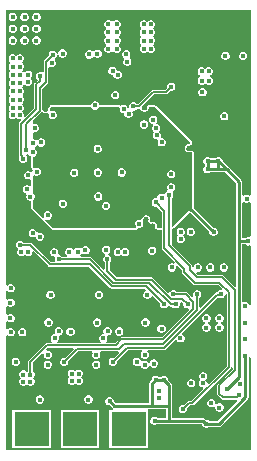
<source format=gbr>
%TF.GenerationSoftware,Altium Limited,Altium Designer,24.6.1 (21)*%
G04 Layer_Physical_Order=6*
G04 Layer_Color=16440176*
%FSLAX26Y26*%
%MOIN*%
%TF.SameCoordinates,E3325630-42F2-41CE-953C-F4D0AC061200*%
%TF.FilePolarity,Positive*%
%TF.FileFunction,Copper,L6,Inr,Signal*%
%TF.Part,Single*%
G01*
G75*
%TA.AperFunction,SMDPad,CuDef*%
%ADD14R,0.118110X0.118110*%
%TA.AperFunction,Conductor*%
%ADD38C,0.005000*%
%ADD39C,0.010000*%
%TA.AperFunction,ViaPad*%
%ADD40C,0.017716*%
G36*
X821360Y854916D02*
X816360Y852845D01*
X814937Y854268D01*
X809843Y856378D01*
X804330D01*
X799237Y854268D01*
X797912Y852944D01*
X792912Y855015D01*
Y898996D01*
X792136Y902898D01*
X789926Y906206D01*
X747977Y948154D01*
X727067Y969065D01*
Y971260D01*
X724957Y976354D01*
X721059Y980252D01*
X715965Y982362D01*
X710452D01*
X705359Y980252D01*
X703806Y978700D01*
X686371D01*
X684818Y980252D01*
X679725Y982362D01*
X674212D01*
X669119Y980252D01*
X665220Y976354D01*
X663110Y971260D01*
Y965747D01*
X665220Y960654D01*
X666773Y959101D01*
Y950347D01*
X665220Y948795D01*
X663110Y943702D01*
Y938188D01*
X665220Y933095D01*
X669119Y929197D01*
X674212Y927087D01*
X679725D01*
X684818Y929197D01*
X686371Y930749D01*
X713209D01*
X713258Y930759D01*
X713307Y930749D01*
X736544D01*
X772521Y894773D01*
Y700787D01*
Y551913D01*
X767901Y550000D01*
X729817Y588084D01*
X727336Y589742D01*
X724409Y590324D01*
X644900D01*
X639184Y596040D01*
X641831Y600163D01*
X641980Y600315D01*
X647442D01*
X652535Y602425D01*
X656433Y606323D01*
X658543Y611417D01*
Y616930D01*
X656433Y622023D01*
X652535Y625922D01*
X647442Y628031D01*
X641928D01*
X636835Y625922D01*
X632937Y622023D01*
X630843Y616970D01*
X630827Y616930D01*
X625827Y614064D01*
X625757Y614104D01*
Y618110D01*
X625175Y621037D01*
X623517Y623518D01*
X556738Y690297D01*
Y741389D01*
X558629Y743447D01*
X561357Y744922D01*
X562352Y745334D01*
X563428D01*
X564189Y746095D01*
X565184Y746507D01*
X616695Y798017D01*
X682991Y731721D01*
Y729525D01*
X685101Y724432D01*
X688999Y720534D01*
X694092Y718424D01*
X699606D01*
X704699Y720534D01*
X708597Y724432D01*
X710707Y729525D01*
Y735039D01*
X708597Y740132D01*
X704699Y744030D01*
X699606Y746140D01*
X697410D01*
X630574Y812976D01*
X631396Y814961D01*
X631396Y814961D01*
Y823227D01*
X631396Y996953D01*
X631265Y997269D01*
X631357Y997600D01*
X630489Y999143D01*
X629811Y1000779D01*
X629494Y1000911D01*
X629326Y1001210D01*
X627818Y1002394D01*
X627116Y1002590D01*
X626606Y1003112D01*
X623115Y1004607D01*
X623080Y1004608D01*
X623055Y1004632D01*
X621019D01*
X618973Y1004657D01*
X618948Y1004632D01*
X618913D01*
X615853Y1003365D01*
X612493D01*
X609389Y1004651D01*
X607013Y1007027D01*
X605727Y1010131D01*
Y1013491D01*
X607013Y1016595D01*
X609389Y1018971D01*
X612493Y1020257D01*
X616866D01*
X616901Y1020272D01*
X616936Y1020258D01*
X617834Y1020643D01*
X618226Y1020574D01*
X619081Y1021174D01*
X620693Y1021842D01*
X620707Y1021877D01*
X620742Y1021892D01*
X620925Y1022080D01*
X621141Y1022620D01*
X621616Y1022954D01*
X624220Y1027050D01*
X624483Y1028547D01*
X625065Y1029953D01*
X624829Y1030523D01*
X624936Y1031129D01*
X624062Y1032375D01*
X623480Y1033780D01*
X503827Y1153433D01*
X500000Y1155018D01*
X500000Y1155018D01*
X480525D01*
X480013Y1154806D01*
X479469Y1154915D01*
X479459Y1154907D01*
X478157Y1154037D01*
X476698Y1153433D01*
X476627Y1153262D01*
X476567Y1153237D01*
X476417Y1152875D01*
X476025Y1152614D01*
X475894Y1152418D01*
X475894Y1152418D01*
X475777Y1151827D01*
X475586Y1150869D01*
X474982Y1149410D01*
Y1144973D01*
X473696Y1141869D01*
X471320Y1139493D01*
X468216Y1138207D01*
X464855D01*
X461751Y1139493D01*
X459375Y1141869D01*
X459240Y1142196D01*
X458273Y1143162D01*
X457610Y1144359D01*
X457380Y1144543D01*
X457097Y1149535D01*
X498957Y1191395D01*
X538609D01*
X541536Y1191977D01*
X544016Y1193635D01*
X553143Y1202761D01*
X553346Y1202677D01*
X558859D01*
X563952Y1204787D01*
X567851Y1208685D01*
X569961Y1213779D01*
Y1219292D01*
X567851Y1224385D01*
X563952Y1228284D01*
X558859Y1230393D01*
X553346D01*
X548252Y1228284D01*
X544354Y1224385D01*
X542244Y1219292D01*
Y1213779D01*
X542328Y1213576D01*
X535442Y1206689D01*
X495790D01*
X492864Y1206107D01*
X490383Y1204449D01*
X446240Y1160307D01*
X441706Y1158309D01*
X437807Y1162207D01*
X432714Y1164317D01*
X427201D01*
X422107Y1162207D01*
X418209Y1158309D01*
X416099Y1153215D01*
Y1147702D01*
X416143Y1147597D01*
X412418Y1143524D01*
X411181Y1143911D01*
Y1144804D01*
X409071Y1149897D01*
X405173Y1153796D01*
X400079Y1155905D01*
X394566D01*
X389612Y1153853D01*
X388631Y1153731D01*
X384781Y1153433D01*
X383322Y1154037D01*
X382010Y1154914D01*
X381466Y1154806D01*
X380954Y1155018D01*
X315713D01*
Y1156910D01*
X313603Y1162004D01*
X309705Y1165902D01*
X304611Y1168012D01*
X299098D01*
X294005Y1165902D01*
X290106Y1162004D01*
X287996Y1156910D01*
Y1155018D01*
X154946D01*
X154434Y1154806D01*
X153890Y1154914D01*
X152577Y1154037D01*
X151119Y1153433D01*
X150907Y1152921D01*
X150446Y1152613D01*
X147105Y1147613D01*
X146997Y1147070D01*
X146605Y1146678D01*
X146605Y1145366D01*
X146242Y1144489D01*
Y1139242D01*
X146232Y1138957D01*
X145430Y1137334D01*
X142399Y1134482D01*
X141941Y1134307D01*
X139475Y1133286D01*
X136115D01*
X133011Y1134572D01*
X132267Y1135316D01*
X132237Y1135329D01*
X132224Y1135358D01*
X130331Y1136118D01*
X128440Y1136901D01*
X127963Y1137281D01*
X124793Y1140416D01*
Y1208466D01*
X143202Y1226876D01*
X143202Y1226876D01*
X144860Y1229357D01*
X145442Y1232284D01*
Y1280292D01*
X150442Y1282655D01*
X154118Y1281132D01*
X159632D01*
X164725Y1283242D01*
X168623Y1287140D01*
X170733Y1292234D01*
Y1297747D01*
X168623Y1302840D01*
X166808Y1304656D01*
X167784Y1310472D01*
X169267Y1311086D01*
X173166Y1314985D01*
X175275Y1320078D01*
Y1321753D01*
X175276Y1322070D01*
X180275Y1323065D01*
X180485Y1322558D01*
X181992Y1318922D01*
X185890Y1315023D01*
X190983Y1312914D01*
X196497D01*
X201590Y1315023D01*
X205488Y1318922D01*
X207598Y1324015D01*
Y1329528D01*
X205488Y1334622D01*
X201590Y1338520D01*
X196497Y1340630D01*
X190983D01*
X185890Y1338520D01*
X181992Y1334622D01*
X179882Y1329528D01*
Y1327853D01*
X179882Y1327536D01*
X174882Y1326542D01*
X174672Y1327048D01*
X173166Y1330685D01*
X169267Y1334583D01*
X164174Y1336693D01*
X158661D01*
X153567Y1334583D01*
X149669Y1330685D01*
X147559Y1325591D01*
Y1320078D01*
X147643Y1319875D01*
X132388Y1304620D01*
X130731Y1302139D01*
X130148Y1299213D01*
Y1266600D01*
X128271Y1265307D01*
X125148Y1264053D01*
X120867Y1265827D01*
X115354D01*
X110260Y1263717D01*
X106362Y1259819D01*
X104252Y1254725D01*
Y1249212D01*
X106362Y1244119D01*
X110260Y1240220D01*
X107511Y1236436D01*
X100892Y1229817D01*
X99234Y1227336D01*
X98652Y1224409D01*
Y1146002D01*
X69398Y1116747D01*
X65522Y1119009D01*
X65039Y1119460D01*
Y1124804D01*
X62929Y1129897D01*
X62235Y1130592D01*
X59092Y1133858D01*
X62235Y1137125D01*
X62929Y1137819D01*
X65039Y1142913D01*
Y1148426D01*
X62929Y1153519D01*
X59986Y1156463D01*
X59418Y1159449D01*
X59986Y1162434D01*
X62929Y1165378D01*
X65039Y1170472D01*
Y1175985D01*
X62929Y1181078D01*
X59986Y1184022D01*
X59418Y1187008D01*
X59986Y1189993D01*
X62929Y1192937D01*
X65039Y1198031D01*
Y1203544D01*
X62929Y1208637D01*
X59986Y1211581D01*
X59418Y1214567D01*
X59986Y1217553D01*
X62929Y1220496D01*
X63276Y1221333D01*
X69099Y1222326D01*
X70890Y1220535D01*
X75984Y1218425D01*
X81497D01*
X86590Y1220535D01*
X90489Y1224434D01*
X92598Y1229527D01*
Y1235040D01*
X90489Y1240134D01*
X89794Y1240828D01*
X86651Y1244095D01*
X89794Y1247361D01*
X90489Y1248056D01*
X92598Y1253149D01*
Y1258662D01*
X90489Y1263756D01*
X86590Y1267654D01*
X81497Y1269764D01*
X75984D01*
X70890Y1267654D01*
X67946Y1264710D01*
X64961Y1264142D01*
X61975Y1264710D01*
X59986Y1266700D01*
X59418Y1269685D01*
X59986Y1272671D01*
X62929Y1275615D01*
X65039Y1280708D01*
Y1286221D01*
X62929Y1291315D01*
X59986Y1294259D01*
X59418Y1297244D01*
X59986Y1300230D01*
X62929Y1303174D01*
X65039Y1308267D01*
Y1313780D01*
X62929Y1318874D01*
X59031Y1322772D01*
X53938Y1324882D01*
X48425D01*
X43331Y1322772D01*
X42636Y1322078D01*
X39370Y1318934D01*
X36104Y1322078D01*
X35409Y1322772D01*
X30316Y1324882D01*
X24802D01*
X19709Y1322772D01*
X15811Y1318874D01*
X13701Y1313780D01*
Y1308267D01*
X15811Y1303174D01*
X18755Y1300230D01*
X19323Y1297244D01*
X18755Y1294259D01*
X15811Y1291315D01*
X13701Y1286221D01*
Y1280708D01*
X15811Y1275615D01*
X18755Y1272671D01*
X19323Y1269685D01*
X18755Y1266700D01*
X15811Y1263756D01*
X13701Y1258662D01*
Y1253149D01*
X15811Y1248056D01*
X18755Y1245112D01*
X19323Y1242126D01*
X18755Y1239140D01*
X15811Y1236197D01*
X13701Y1231103D01*
Y1225590D01*
X15811Y1220496D01*
X18755Y1217553D01*
X19323Y1214567D01*
X18755Y1211581D01*
X15811Y1208637D01*
X13701Y1203544D01*
Y1198031D01*
X15811Y1192937D01*
X18755Y1189993D01*
X19323Y1187008D01*
X18755Y1184022D01*
X15811Y1181078D01*
X13701Y1175985D01*
Y1170472D01*
X15811Y1165378D01*
X18755Y1162434D01*
X19323Y1159449D01*
X18755Y1156463D01*
X15811Y1153519D01*
X13701Y1148426D01*
Y1142913D01*
X15811Y1137819D01*
X16505Y1137125D01*
X19649Y1133858D01*
X16505Y1130592D01*
X15811Y1129897D01*
X13701Y1124804D01*
Y1119291D01*
X15811Y1114197D01*
X19709Y1110299D01*
X24802Y1108189D01*
X30316D01*
X35409Y1110299D01*
X36104Y1110993D01*
X39370Y1114137D01*
X42636Y1110993D01*
X43331Y1110299D01*
X48425Y1108189D01*
X53768D01*
X54219Y1107707D01*
X56481Y1103830D01*
X49101Y1096450D01*
X47443Y1093969D01*
X46861Y1091043D01*
Y987482D01*
X47443Y984556D01*
X49101Y982075D01*
X49735Y981441D01*
X48643Y978804D01*
Y973291D01*
X50752Y968198D01*
X54651Y964299D01*
X59744Y962189D01*
X65257D01*
X70351Y964299D01*
X74249Y968198D01*
X76359Y973291D01*
Y978804D01*
X74249Y983898D01*
X73068Y985079D01*
X73275Y986940D01*
X74695Y990523D01*
X76665Y991339D01*
X82740Y989738D01*
X86638Y985840D01*
X89465Y984669D01*
X89076Y983730D01*
Y947103D01*
X89436Y946234D01*
X89387Y945296D01*
X90198Y944395D01*
X90661Y943276D01*
X91124Y943084D01*
X94890Y939743D01*
X93268Y935827D01*
Y933402D01*
X88268Y931331D01*
X86590Y933008D01*
X81497Y935118D01*
X75984D01*
X70890Y933008D01*
X66992Y929110D01*
X64882Y924016D01*
Y918503D01*
X66992Y913410D01*
X70890Y909511D01*
X75984Y907402D01*
X81497D01*
X84076Y908470D01*
X89076Y905465D01*
Y886412D01*
X84076Y884341D01*
X82653Y885764D01*
X77560Y887874D01*
X72047D01*
X66953Y885764D01*
X63055Y881866D01*
X60945Y876772D01*
Y871259D01*
X63055Y866166D01*
X66953Y862267D01*
X70862Y860648D01*
X72130Y859886D01*
X73588Y855158D01*
X72756Y853149D01*
Y847635D01*
X74866Y842542D01*
X78764Y838644D01*
X83857Y836534D01*
X89076D01*
Y811024D01*
X89076Y811024D01*
X90661Y807197D01*
X90662Y807196D01*
X124061Y773797D01*
X124763Y773506D01*
X126857Y772291D01*
X129230Y769918D01*
X130107Y768605D01*
X130711Y767146D01*
X157590Y740268D01*
X161417Y738682D01*
X161417Y738683D01*
X438436D01*
X439009Y738920D01*
X439621Y738814D01*
X440809Y739651D01*
X441289Y739707D01*
X441474Y739941D01*
X442262Y740268D01*
X442500Y740841D01*
X443008Y741198D01*
X443221Y741535D01*
X443256Y741735D01*
X446062Y745984D01*
X451575D01*
X456669Y748094D01*
X460567Y751992D01*
X462677Y757086D01*
Y762599D01*
X460567Y767692D01*
X460593Y767956D01*
X461972Y772565D01*
X462576Y774023D01*
X463453Y775336D01*
X463345Y775880D01*
X463557Y776392D01*
Y776833D01*
X464842Y779937D01*
X467219Y782313D01*
X470323Y783599D01*
X473683D01*
X476787Y782313D01*
X479163Y779937D01*
X480449Y776833D01*
Y773472D01*
X479509Y771202D01*
Y770167D01*
X479097Y769216D01*
X479509Y768178D01*
Y767060D01*
X480241Y766328D01*
X480622Y765365D01*
X484364Y761503D01*
X485390Y761059D01*
X486180Y760269D01*
X487215D01*
X488166Y759858D01*
X489205Y760269D01*
X490322D01*
X492146Y761025D01*
X495507D01*
X498611Y759739D01*
X500987Y757363D01*
X502273Y754259D01*
Y750446D01*
X502075Y750150D01*
X502383Y748602D01*
Y747024D01*
X502775Y746631D01*
X502883Y746088D01*
X506224Y741088D01*
X506685Y740780D01*
X506897Y740268D01*
X508356Y739663D01*
X509668Y738786D01*
X510212Y738895D01*
X510724Y738683D01*
X523849D01*
Y677165D01*
X524431Y674239D01*
X526089Y671758D01*
X566933Y630914D01*
X564101Y626676D01*
X560827Y628031D01*
X555314D01*
X550221Y625922D01*
X546322Y622023D01*
X544213Y616930D01*
Y611417D01*
X546322Y606323D01*
X550221Y602425D01*
X555314Y600315D01*
X560827D01*
X565921Y602425D01*
X569819Y606323D01*
X571929Y611417D01*
Y616930D01*
X570573Y620203D01*
X574812Y623035D01*
X590778Y607069D01*
Y598425D01*
X591360Y595499D01*
X593018Y593018D01*
X628451Y557585D01*
X630932Y555927D01*
X633858Y555345D01*
X633859Y555345D01*
X713368D01*
X725973Y542740D01*
X723327Y538617D01*
X723178Y538465D01*
X717716D01*
X712622Y536355D01*
X708724Y532456D01*
X708132Y531028D01*
X705566Y530517D01*
X703085Y528860D01*
X653999Y479774D01*
X649379Y481687D01*
Y512774D01*
X649582Y512858D01*
X653481Y516756D01*
X655591Y521850D01*
Y527363D01*
X653481Y532456D01*
X649582Y536355D01*
X644489Y538465D01*
X638976D01*
X633882Y536355D01*
X629984Y532456D01*
X627874Y527363D01*
Y521850D01*
X629230Y518577D01*
X624991Y515745D01*
X610722Y530014D01*
X608241Y531671D01*
X605315Y532253D01*
X574825D01*
X574740Y532456D01*
X570842Y536355D01*
X565749Y538465D01*
X560236D01*
X555142Y536355D01*
X551244Y532456D01*
X550417Y530461D01*
X544519Y529288D01*
X495407Y578399D01*
X492926Y580057D01*
X490000Y580639D01*
X375057D01*
X350088Y605608D01*
Y629900D01*
X350291Y629984D01*
X354189Y633882D01*
X356299Y638976D01*
Y644489D01*
X354189Y649582D01*
X350291Y653481D01*
X346153Y655195D01*
X345490Y658664D01*
X345656Y660401D01*
X347043Y660975D01*
X350941Y664874D01*
X353051Y669967D01*
Y675480D01*
X350941Y680574D01*
X347043Y684472D01*
X341950Y686582D01*
X336436D01*
X331343Y684472D01*
X327445Y680574D01*
X325335Y675480D01*
Y669967D01*
X327445Y664874D01*
X331343Y660975D01*
X335481Y659261D01*
X336144Y655792D01*
X335978Y654055D01*
X334591Y653481D01*
X330693Y649582D01*
X328583Y644489D01*
Y638976D01*
X330693Y633882D01*
X334591Y629984D01*
X334794Y629900D01*
Y608288D01*
X329794Y606217D01*
X288872Y647139D01*
X286391Y648797D01*
X283464Y649379D01*
X254251D01*
X253518Y650723D01*
X252718Y654379D01*
X255843Y657504D01*
X256258Y658506D01*
X262079Y659755D01*
X267172Y657646D01*
X272686D01*
X277779Y659755D01*
X281677Y663654D01*
X283787Y668747D01*
Y674260D01*
X281677Y679354D01*
X277779Y683252D01*
X272686Y685362D01*
X267172D01*
X262079Y683252D01*
X258181Y679354D01*
X257766Y678352D01*
X251944Y677103D01*
X246851Y679212D01*
X241338D01*
X236244Y677103D01*
X233300Y674159D01*
X230315Y673591D01*
X227329Y674159D01*
X224385Y677103D01*
X219292Y679212D01*
X213779D01*
X208685Y677103D01*
X204787Y673204D01*
X202677Y668111D01*
Y662598D01*
X204787Y657504D01*
X207912Y654379D01*
X207112Y650723D01*
X206379Y649379D01*
X192856D01*
X192772Y649582D01*
X188874Y653481D01*
X183780Y655591D01*
X181975D01*
X178634Y660591D01*
X179213Y661987D01*
Y667501D01*
X177103Y672594D01*
X173204Y676492D01*
X168111Y678602D01*
X162598D01*
X157504Y676492D01*
X153606Y672594D01*
X151496Y667501D01*
Y661987D01*
X153606Y656894D01*
X157504Y652996D01*
X162598Y650886D01*
X164403D01*
X167744Y645886D01*
X167165Y644489D01*
Y638976D01*
X168152Y636595D01*
X165030Y631595D01*
X154810D01*
X92022Y694384D01*
X89541Y696041D01*
X86614Y696623D01*
X63014D01*
X62929Y696826D01*
X59031Y700725D01*
X53938Y702835D01*
X48425D01*
X43331Y700725D01*
X39433Y696826D01*
X37323Y691733D01*
Y686220D01*
X39433Y681126D01*
X43331Y677228D01*
X44005Y673840D01*
X43370Y673204D01*
X41260Y668111D01*
Y662598D01*
X43370Y657504D01*
X47268Y653606D01*
X52361Y651496D01*
X57875D01*
X62968Y653606D01*
X63663Y654301D01*
X66929Y657444D01*
X70196Y654301D01*
X70890Y653606D01*
X75984Y651496D01*
X81497D01*
X86590Y653606D01*
X90489Y657504D01*
X92598Y662598D01*
Y665107D01*
X97598Y667178D01*
X146236Y618541D01*
X148716Y616883D01*
X151643Y616301D01*
X282333D01*
X352861Y545774D01*
X355341Y544116D01*
X358268Y543534D01*
X467435D01*
X470887Y539610D01*
X469934Y534818D01*
X468607Y534268D01*
X464708Y530370D01*
X462599Y525276D01*
Y519763D01*
X464708Y514670D01*
X468607Y510771D01*
X473700Y508662D01*
X479213D01*
X484307Y510771D01*
X488205Y514670D01*
X488755Y515997D01*
X494653Y517170D01*
X517722Y494101D01*
X517638Y493898D01*
Y488385D01*
X519748Y483292D01*
X523646Y479393D01*
X528740Y477284D01*
X534253D01*
X539346Y479393D01*
X543245Y483292D01*
X543640Y484246D01*
X548510Y485683D01*
X549585Y485533D01*
X551581Y484199D01*
X554508Y483617D01*
X558983D01*
X559118Y483292D01*
X563016Y479393D01*
X568110Y477284D01*
X573623D01*
X578716Y479393D01*
X582615Y483292D01*
X584724Y488385D01*
Y493898D01*
X584721Y493905D01*
X587630Y498523D01*
X591720Y498843D01*
X596462Y494101D01*
X596378Y493898D01*
Y488385D01*
X598488Y483292D01*
X602386Y479393D01*
X607480Y477284D01*
X612941D01*
X613090Y477131D01*
X615737Y473008D01*
X524391Y381663D01*
X389764D01*
X386837Y381080D01*
X384357Y379423D01*
X366911Y361978D01*
X340222D01*
X338373Y366978D01*
X340964Y369569D01*
X343074Y374662D01*
Y380175D01*
X342022Y382716D01*
X345050Y387717D01*
X346103D01*
X351197Y389826D01*
X355095Y393725D01*
X357205Y398818D01*
Y404331D01*
X355095Y409425D01*
X351197Y413323D01*
X346103Y415433D01*
X340590D01*
X335497Y413323D01*
X331598Y409425D01*
X329488Y404331D01*
Y398818D01*
X330541Y396277D01*
X327513Y391277D01*
X326459D01*
X321366Y389167D01*
X317468Y385269D01*
X315358Y380175D01*
Y374662D01*
X317468Y369569D01*
X320059Y366978D01*
X318210Y361978D01*
X177577D01*
X177345Y362345D01*
X176044Y366978D01*
X178949Y369883D01*
X181059Y374976D01*
Y380490D01*
X180137Y382716D01*
X183349Y387717D01*
X183859D01*
X188952Y389826D01*
X192851Y393725D01*
X194961Y398818D01*
Y404331D01*
X192851Y409425D01*
X188952Y413323D01*
X183859Y415433D01*
X178346D01*
X173252Y413323D01*
X169354Y409425D01*
X167244Y404331D01*
Y398818D01*
X168167Y396591D01*
X164955Y391591D01*
X164444D01*
X159351Y389481D01*
X155452Y385583D01*
X153343Y380490D01*
Y374976D01*
X155452Y369883D01*
X158358Y366978D01*
X157056Y362345D01*
X156825Y361978D01*
X141732D01*
X138806Y361396D01*
X136325Y359738D01*
X136325Y359738D01*
X81207Y304620D01*
X79549Y302139D01*
X78967Y299212D01*
Y268722D01*
X78764Y268638D01*
X78069Y267944D01*
X74803Y264800D01*
X71537Y267944D01*
X70842Y268638D01*
X65749Y270748D01*
X60235D01*
X55142Y268638D01*
X51243Y264740D01*
X49134Y259646D01*
Y254133D01*
X51243Y249040D01*
X51938Y248345D01*
X55081Y245079D01*
X51938Y241812D01*
X51243Y241118D01*
X49134Y236024D01*
Y230511D01*
X51243Y225418D01*
X55142Y221519D01*
X60235Y219410D01*
X65749D01*
X70842Y221519D01*
X71537Y222214D01*
X74803Y225357D01*
X78069Y222214D01*
X78764Y221519D01*
X83857Y219410D01*
X89371D01*
X94464Y221519D01*
X98362Y225418D01*
X100472Y230511D01*
Y236024D01*
X98362Y241118D01*
X97668Y241812D01*
X94524Y245079D01*
X97668Y248345D01*
X98362Y249040D01*
X100472Y254133D01*
Y259646D01*
X98362Y264740D01*
X94464Y268638D01*
X94261Y268722D01*
Y296045D01*
X126216Y328000D01*
X129940Y325967D01*
X130630Y325343D01*
Y320078D01*
X132740Y314985D01*
X136638Y311086D01*
X141732Y308976D01*
X147245D01*
X152338Y311086D01*
X156237Y314985D01*
X158346Y320078D01*
Y325591D01*
X156237Y330685D01*
X152338Y334583D01*
X147245Y336693D01*
X141980D01*
X141355Y337383D01*
X139323Y341107D01*
X144900Y346684D01*
X229337D01*
X231250Y342064D01*
X202172Y312987D01*
X201969Y313071D01*
X196456D01*
X191363Y310961D01*
X187464Y307063D01*
X185355Y301969D01*
Y296456D01*
X187464Y291363D01*
X191363Y287464D01*
X196456Y285354D01*
X201969D01*
X207063Y287464D01*
X210961Y291363D01*
X213071Y296456D01*
Y301969D01*
X212987Y302172D01*
X245687Y334873D01*
X291274D01*
X292567Y332995D01*
X293821Y329873D01*
X292047Y325591D01*
Y320078D01*
X294157Y314985D01*
X298055Y311086D01*
X303149Y308976D01*
X308662D01*
X313755Y311086D01*
X317654Y314985D01*
X319764Y320078D01*
Y325591D01*
X317990Y329873D01*
X319244Y332995D01*
X320537Y334873D01*
X378405D01*
X380612Y330009D01*
X363590Y312987D01*
X363387Y313071D01*
X357873D01*
X352780Y310961D01*
X348882Y307063D01*
X346772Y301969D01*
Y296456D01*
X348882Y291363D01*
X352780Y287464D01*
X357873Y285354D01*
X363387D01*
X368480Y287464D01*
X372378Y291363D01*
X374488Y296456D01*
Y301969D01*
X374404Y302172D01*
X411042Y338810D01*
X457167D01*
X457900Y337466D01*
X458700Y333810D01*
X455575Y330685D01*
X453465Y325591D01*
Y320078D01*
X455575Y314985D01*
X459473Y311086D01*
X464566Y308976D01*
X470080D01*
X475173Y311086D01*
X479071Y314985D01*
X481181Y320078D01*
Y325591D01*
X479071Y330685D01*
X475946Y333810D01*
X476746Y337466D01*
X477479Y338810D01*
X531496D01*
X534423Y339392D01*
X536903Y341050D01*
X568163Y372310D01*
X574061Y371136D01*
X574457Y370182D01*
X578355Y366283D01*
X583448Y364173D01*
X588962D01*
X594055Y366283D01*
X597953Y370182D01*
X600063Y375275D01*
Y380788D01*
X597953Y385882D01*
X594055Y389780D01*
X593100Y390175D01*
X591927Y396073D01*
X710667Y514813D01*
X712622Y512858D01*
X717716Y510748D01*
X723229D01*
X728322Y512858D01*
X732221Y516756D01*
X734331Y521850D01*
Y522918D01*
X739331Y525884D01*
X740385Y525308D01*
Y286632D01*
X680275Y226523D01*
X675275Y228594D01*
Y231103D01*
X673166Y236196D01*
X669870Y239492D01*
X673587Y243209D01*
X675697Y248302D01*
Y253816D01*
X673587Y258909D01*
X669689Y262807D01*
X664595Y264917D01*
X659082D01*
X653989Y262807D01*
X650090Y258909D01*
X647981Y253816D01*
Y248302D01*
X650090Y243209D01*
X653386Y239913D01*
X649669Y236196D01*
X647559Y231103D01*
Y225590D01*
X649669Y220496D01*
X653567Y216598D01*
X658661Y214488D01*
X661170D01*
X663241Y209488D01*
X623014Y169261D01*
X614371D01*
X614370Y169261D01*
X611444Y168679D01*
X608963Y167021D01*
X608963Y167021D01*
X597448Y155506D01*
X597245Y155590D01*
X591732D01*
X586638Y153481D01*
X582740Y149582D01*
X580630Y144489D01*
Y138976D01*
X582740Y133882D01*
X586638Y129984D01*
X591732Y127874D01*
X597245D01*
X602338Y129984D01*
X606237Y133882D01*
X608346Y138976D01*
Y144489D01*
X608262Y144692D01*
X617538Y153967D01*
X626181D01*
X629107Y154549D01*
X631588Y156207D01*
X753439Y278057D01*
X755096Y280538D01*
X760070Y279911D01*
Y274821D01*
X711128Y225880D01*
X709471Y223399D01*
X708889Y220472D01*
Y192913D01*
X709471Y189987D01*
X711128Y187506D01*
X722780Y175854D01*
X722780Y175854D01*
X725261Y174196D01*
X728188Y173614D01*
X773282D01*
X774029Y172744D01*
X775650Y168912D01*
X709848Y103109D01*
X682631D01*
X681078Y104662D01*
X675985Y106772D01*
X671701D01*
X668901Y109572D01*
X665593Y111782D01*
X661691Y112558D01*
X557440D01*
Y153543D01*
Y221711D01*
X556664Y225613D01*
X554454Y228921D01*
X545354Y238020D01*
Y242304D01*
X543245Y247397D01*
X539346Y251296D01*
X534253Y253405D01*
X528740D01*
X523646Y251296D01*
X522094Y249743D01*
X513340D01*
X511787Y251296D01*
X506694Y253405D01*
X501180D01*
X496087Y251296D01*
X492189Y247397D01*
X490079Y242304D01*
Y240108D01*
X485757Y235786D01*
X483546Y232478D01*
X482770Y228577D01*
Y163739D01*
X369111D01*
X364252Y168598D01*
Y170591D01*
X362142Y175685D01*
X358244Y179583D01*
X353150Y181693D01*
X347637D01*
X342544Y179583D01*
X338645Y175685D01*
X336536Y170591D01*
Y165078D01*
X338645Y159985D01*
X342544Y156086D01*
X347637Y153977D01*
X350035D01*
X357678Y146334D01*
X360986Y144124D01*
X362320Y143858D01*
X361827Y138858D01*
X349331D01*
Y10748D01*
X477441D01*
Y138347D01*
X477441Y138858D01*
X478674Y143347D01*
X537048D01*
Y112558D01*
X509402D01*
X507850Y114111D01*
X502757Y116220D01*
X497243D01*
X492150Y114111D01*
X488252Y110212D01*
X486142Y105119D01*
Y99606D01*
X488252Y94512D01*
X492150Y90614D01*
X497243Y88504D01*
X502757D01*
X507850Y90614D01*
X509402Y92166D01*
X657468D01*
X659370Y90264D01*
Y90157D01*
X661480Y85064D01*
X665378Y81165D01*
X670472Y79055D01*
X675985D01*
X681078Y81165D01*
X682631Y82718D01*
X714071D01*
X717973Y83494D01*
X721281Y85704D01*
X810359Y174782D01*
X812569Y178090D01*
X813346Y181992D01*
Y309495D01*
X814898Y311048D01*
X816360Y314577D01*
X821360Y313583D01*
Y5412D01*
X5412D01*
Y386069D01*
X10412Y388140D01*
X12662Y385889D01*
X17755Y383780D01*
X23268D01*
X28362Y385889D01*
X32260Y389788D01*
X34370Y394881D01*
Y400394D01*
X32260Y405488D01*
X28362Y409386D01*
X23268Y411496D01*
X17755D01*
X12662Y409386D01*
X10412Y407136D01*
X5412Y409207D01*
Y432486D01*
X10412Y434557D01*
X11835Y433134D01*
X16928Y431024D01*
X22442D01*
X27535Y433134D01*
X31433Y437032D01*
X33543Y442125D01*
Y447639D01*
X31433Y452732D01*
X27535Y456630D01*
X22442Y458740D01*
X16928D01*
X11835Y456630D01*
X10412Y455207D01*
X5412Y457278D01*
Y483667D01*
X10412Y485738D01*
X11835Y484315D01*
X16928Y482205D01*
X22442D01*
X27535Y484315D01*
X31433Y488213D01*
X33543Y493306D01*
Y498820D01*
X31433Y503913D01*
X27535Y507811D01*
X22442Y509921D01*
X16928D01*
X11835Y507811D01*
X10412Y506388D01*
X5412Y508459D01*
Y533874D01*
X10412Y535595D01*
X13093Y532913D01*
X18186Y530803D01*
X23700D01*
X28793Y532913D01*
X32691Y536812D01*
X34801Y541905D01*
Y547418D01*
X32691Y552511D01*
X28793Y556410D01*
X23700Y558520D01*
X18186D01*
X13093Y556410D01*
X10412Y553728D01*
X5412Y555449D01*
Y1470967D01*
X821360D01*
Y854916D01*
D02*
G37*
G36*
X619653Y1029953D02*
X617049Y1025857D01*
X616866Y1025669D01*
X611417D01*
X606323Y1023559D01*
X602425Y1019661D01*
X600315Y1014568D01*
Y1009054D01*
X602425Y1003961D01*
X606323Y1000063D01*
X611417Y997953D01*
X616930D01*
X620984Y999632D01*
X624476Y998137D01*
X625984Y996953D01*
X625984Y823227D01*
Y814961D01*
X561357Y750334D01*
X556738Y752247D01*
Y844955D01*
X556941Y845039D01*
X560839Y848938D01*
X562949Y854031D01*
Y859544D01*
X560839Y864638D01*
X562571Y869977D01*
X562968Y870141D01*
X566866Y874040D01*
X568976Y879133D01*
Y884646D01*
X566866Y889740D01*
X562968Y893638D01*
X557875Y895748D01*
X552361D01*
X547268Y893638D01*
X543370Y889740D01*
X541260Y884646D01*
Y879133D01*
X543370Y874040D01*
X541638Y868700D01*
X541241Y868536D01*
X537343Y864638D01*
X535733Y860752D01*
X533077Y859100D01*
X530233Y858513D01*
X526281Y860150D01*
X520768D01*
X515674Y858040D01*
X511776Y854142D01*
X509666Y849048D01*
Y848748D01*
X506694Y844567D01*
X505046Y844567D01*
X501180D01*
X496087Y842457D01*
X492189Y838559D01*
X490079Y833465D01*
Y827952D01*
X492189Y822859D01*
X496087Y818960D01*
X501180Y816850D01*
X506694D01*
X506897Y816934D01*
X523849Y799982D01*
Y744095D01*
X510724D01*
X507383Y749095D01*
X507685Y749822D01*
Y755335D01*
X505575Y760429D01*
X501676Y764327D01*
X496583Y766437D01*
X491070D01*
X488251Y765269D01*
X484509Y769131D01*
X485861Y772396D01*
Y777909D01*
X483751Y783003D01*
X479853Y786901D01*
X474760Y789011D01*
X469246D01*
X464153Y786901D01*
X460255Y783003D01*
X458145Y777909D01*
Y776392D01*
X453145Y773051D01*
X451575Y773701D01*
X446062D01*
X440969Y771591D01*
X437070Y767692D01*
X434961Y762599D01*
Y757086D01*
X437070Y751992D01*
X439969Y749095D01*
X438649Y744431D01*
X438436Y744095D01*
X161417D01*
X134538Y770973D01*
X137371Y775212D01*
X141512Y773497D01*
X147026D01*
X152119Y775606D01*
X156017Y779505D01*
X158127Y784598D01*
Y790111D01*
X156017Y795205D01*
X152119Y799103D01*
X147026Y801213D01*
X141512D01*
X136419Y799103D01*
X132521Y795205D01*
X130411Y790111D01*
Y784598D01*
X132126Y780456D01*
X127888Y777624D01*
X94488Y811024D01*
Y838668D01*
X98362Y842542D01*
X100472Y847635D01*
Y853149D01*
X98362Y858242D01*
X94488Y862116D01*
Y919039D01*
X99276Y921322D01*
X104369Y919213D01*
X109883D01*
X114976Y921322D01*
X118874Y925221D01*
X120984Y930314D01*
Y935827D01*
X118874Y940921D01*
X114976Y944819D01*
X109883Y946929D01*
X104369D01*
X99276Y944819D01*
X94488Y947103D01*
Y983730D01*
X97245D01*
X102338Y985840D01*
X106237Y989738D01*
X108346Y994832D01*
Y1000345D01*
X106237Y1005438D01*
X102338Y1009337D01*
X101056Y1009868D01*
Y1015280D01*
X102338Y1015811D01*
X106237Y1019709D01*
X106376Y1020045D01*
X112180Y1020992D01*
X114035Y1019137D01*
X119129Y1017028D01*
X124642D01*
X129735Y1019137D01*
X133634Y1023036D01*
X135744Y1028129D01*
Y1033642D01*
X133634Y1038736D01*
X129735Y1042634D01*
X124642Y1044744D01*
X119129D01*
X114035Y1042634D01*
X110137Y1038736D01*
X109998Y1038400D01*
X104193Y1037452D01*
X102338Y1039307D01*
X97245Y1041417D01*
X94488D01*
Y1062515D01*
X98031Y1064882D01*
X103544D01*
X108637Y1066992D01*
X112536Y1070890D01*
X114646Y1075984D01*
Y1081497D01*
X112536Y1086590D01*
X108637Y1090489D01*
X103544Y1092598D01*
X98031D01*
X94488Y1094966D01*
Y1103359D01*
X122208Y1131079D01*
X123037Y1131429D01*
X128440Y1131489D01*
X129945Y1129984D01*
X135039Y1127874D01*
X140552D01*
X144013Y1129307D01*
X147956Y1125761D01*
X147559Y1124804D01*
Y1119291D01*
X149669Y1114197D01*
X153567Y1110299D01*
X158661Y1108189D01*
X164174D01*
X169267Y1110299D01*
X173166Y1114197D01*
X175275Y1119291D01*
Y1124804D01*
X173166Y1129897D01*
X169267Y1133796D01*
X164174Y1135905D01*
X158661D01*
X155200Y1134472D01*
X151257Y1138018D01*
X151654Y1138976D01*
Y1144489D01*
X151605Y1144606D01*
X154946Y1149606D01*
X288738D01*
X290106Y1146304D01*
X294005Y1142405D01*
X299098Y1140295D01*
X304611D01*
X309705Y1142405D01*
X313603Y1146304D01*
X314971Y1149606D01*
X380954D01*
X383732Y1145449D01*
X383465Y1144804D01*
Y1139291D01*
X385574Y1134197D01*
X389473Y1130299D01*
X394566Y1128189D01*
X399528D01*
Y1123228D01*
X401637Y1118134D01*
X405536Y1114236D01*
X410629Y1112126D01*
X416142D01*
X421236Y1114236D01*
X425134Y1118134D01*
X427244Y1123228D01*
Y1128741D01*
X425902Y1131981D01*
X426045Y1132490D01*
X428814Y1136475D01*
X428988Y1136600D01*
X432714D01*
X437807Y1138710D01*
X441706Y1142609D01*
X441790Y1142812D01*
X447206D01*
X448057Y1142981D01*
X450134Y1143393D01*
X454240Y1140124D01*
X454787Y1138803D01*
X458685Y1134905D01*
X463779Y1132795D01*
X469292D01*
X474385Y1134905D01*
X478284Y1138803D01*
X480394Y1143897D01*
Y1149410D01*
X480525Y1149606D01*
X500000D01*
X619653Y1029953D01*
D02*
G37*
G36*
X821360Y830124D02*
Y717701D01*
X816360Y714360D01*
X815670Y714646D01*
X810157D01*
X805064Y712536D01*
X803511Y710983D01*
X792912D01*
Y830024D01*
X797912Y832096D01*
X799237Y830771D01*
X804330Y828662D01*
X809843D01*
X814937Y830771D01*
X816360Y832195D01*
X821360Y830124D01*
D02*
G37*
G36*
X805064Y689039D02*
X810157Y686929D01*
X815670D01*
X816360Y687215D01*
X821360Y683874D01*
Y489567D01*
X816360Y488572D01*
X814898Y492102D01*
X811000Y496000D01*
X805906Y498110D01*
X800393D01*
X797913Y497083D01*
X792912Y500146D01*
Y690591D01*
X803511D01*
X805064Y689039D01*
D02*
G37*
%LPC*%
G36*
X30316Y1462677D02*
X24802D01*
X19709Y1460567D01*
X15811Y1456669D01*
X13701Y1451575D01*
Y1446062D01*
X15811Y1440969D01*
X19709Y1437071D01*
X24802Y1434961D01*
X30316D01*
X35409Y1437071D01*
X39307Y1440969D01*
X41417Y1446062D01*
Y1451575D01*
X39307Y1456669D01*
X35409Y1460567D01*
X30316Y1462677D01*
D02*
G37*
G36*
X109056Y1462677D02*
X103543D01*
X98449Y1460567D01*
X94551Y1456669D01*
X92441Y1451575D01*
Y1446062D01*
X94551Y1440969D01*
X98449Y1437070D01*
X103543Y1434961D01*
X109056D01*
X114149Y1437070D01*
X118048Y1440969D01*
X120157Y1446062D01*
Y1451575D01*
X118048Y1456669D01*
X114149Y1460567D01*
X109056Y1462677D01*
D02*
G37*
G36*
X69686D02*
X64172D01*
X59079Y1460567D01*
X55181Y1456669D01*
X53071Y1451575D01*
Y1446062D01*
X55181Y1440969D01*
X59079Y1437070D01*
X64172Y1434961D01*
X69686D01*
X74779Y1437070D01*
X78677Y1440969D01*
X80787Y1446062D01*
Y1451575D01*
X78677Y1456669D01*
X74779Y1460567D01*
X69686Y1462677D01*
D02*
G37*
G36*
X376772Y1439055D02*
X371259D01*
X366166Y1436945D01*
X363222Y1434001D01*
X360236Y1433433D01*
X357251Y1434001D01*
X354307Y1436945D01*
X349213Y1439055D01*
X343700D01*
X338607Y1436945D01*
X334708Y1433047D01*
X332599Y1427954D01*
Y1422440D01*
X334708Y1417347D01*
X337652Y1414403D01*
X338220Y1411417D01*
X337652Y1408432D01*
X334708Y1405488D01*
X332599Y1400394D01*
Y1394881D01*
X334708Y1389788D01*
X337652Y1386844D01*
X338220Y1383858D01*
X337652Y1380873D01*
X334708Y1377929D01*
X332599Y1372835D01*
Y1367322D01*
X334708Y1362229D01*
X337652Y1359285D01*
X338220Y1356299D01*
X337652Y1353314D01*
X334708Y1350370D01*
X332599Y1345276D01*
Y1339763D01*
X334708Y1334670D01*
X338607Y1330771D01*
X343700Y1328661D01*
X349213D01*
X354307Y1330771D01*
X357251Y1333715D01*
X360236Y1334283D01*
X363222Y1333715D01*
X366166Y1330771D01*
X371259Y1328661D01*
X376772D01*
X381866Y1330771D01*
X385764Y1334670D01*
X387874Y1339763D01*
Y1345276D01*
X385764Y1350370D01*
X382820Y1353314D01*
X382252Y1356299D01*
X382820Y1359285D01*
X385764Y1362229D01*
X387874Y1367322D01*
Y1372835D01*
X385764Y1377929D01*
X382820Y1380873D01*
X382252Y1383858D01*
X382820Y1386844D01*
X385764Y1389788D01*
X387874Y1394881D01*
Y1400394D01*
X385764Y1405488D01*
X382820Y1408432D01*
X382252Y1411417D01*
X382820Y1414403D01*
X385764Y1417347D01*
X387874Y1422440D01*
Y1427954D01*
X385764Y1433047D01*
X381866Y1436945D01*
X376772Y1439055D01*
D02*
G37*
G36*
X490945D02*
X485432D01*
X480339Y1436945D01*
X479644Y1436251D01*
X476378Y1433107D01*
X473111Y1436251D01*
X472417Y1436945D01*
X467324Y1439055D01*
X461810D01*
X456717Y1436945D01*
X452818Y1433047D01*
X450709Y1427954D01*
Y1422440D01*
X452818Y1417347D01*
X455762Y1414403D01*
X456330Y1411417D01*
X455762Y1408432D01*
X452818Y1405488D01*
X450709Y1400394D01*
Y1394881D01*
X452818Y1389788D01*
X455762Y1386844D01*
X456330Y1383858D01*
X455762Y1380873D01*
X452818Y1377929D01*
X450709Y1372835D01*
Y1367322D01*
X452818Y1362229D01*
X455762Y1359285D01*
X456330Y1356299D01*
X455762Y1353314D01*
X452818Y1350370D01*
X450709Y1345276D01*
Y1339763D01*
X452818Y1334670D01*
X456717Y1330771D01*
X461810Y1328661D01*
X467324D01*
X472417Y1330771D01*
X473111Y1331466D01*
X476378Y1334609D01*
X479644Y1331466D01*
X480339Y1330771D01*
X485432Y1328661D01*
X490945D01*
X496039Y1330771D01*
X499937Y1334670D01*
X502047Y1339763D01*
Y1345276D01*
X499937Y1350370D01*
X496993Y1353314D01*
X496425Y1356299D01*
X496993Y1359285D01*
X499937Y1362229D01*
X502047Y1367322D01*
Y1372835D01*
X499937Y1377929D01*
X496993Y1380873D01*
X496425Y1383858D01*
X496993Y1386844D01*
X499937Y1389788D01*
X502047Y1394881D01*
Y1400394D01*
X499937Y1405488D01*
X496993Y1408432D01*
X496425Y1411417D01*
X496993Y1414403D01*
X499937Y1417347D01*
X502047Y1422440D01*
Y1427954D01*
X499937Y1433047D01*
X496039Y1436945D01*
X490945Y1439055D01*
D02*
G37*
G36*
X109056Y1423307D02*
X103543D01*
X98449Y1421197D01*
X94551Y1417299D01*
X92441Y1412205D01*
Y1406692D01*
X94551Y1401599D01*
X98449Y1397700D01*
X103543Y1395591D01*
X109056D01*
X114149Y1397700D01*
X118047Y1401599D01*
X120157Y1406692D01*
Y1412205D01*
X118047Y1417299D01*
X114149Y1421197D01*
X109056Y1423307D01*
D02*
G37*
G36*
X69686D02*
X64172D01*
X59079Y1421197D01*
X55181Y1417299D01*
X53071Y1412205D01*
Y1406692D01*
X55181Y1401599D01*
X59079Y1397700D01*
X64172Y1395591D01*
X69686D01*
X74779Y1397700D01*
X78677Y1401599D01*
X80787Y1406692D01*
Y1412205D01*
X78677Y1417299D01*
X74779Y1421197D01*
X69686Y1423307D01*
D02*
G37*
G36*
X30316D02*
X24802D01*
X19709Y1421197D01*
X15811Y1417299D01*
X13701Y1412205D01*
Y1406692D01*
X15811Y1401599D01*
X19709Y1397700D01*
X24802Y1395591D01*
X30316D01*
X35409Y1397700D01*
X39307Y1401599D01*
X41417Y1406692D01*
Y1412205D01*
X39307Y1417299D01*
X35409Y1421197D01*
X30316Y1423307D01*
D02*
G37*
G36*
X69686Y1383937D02*
X64172D01*
X59079Y1381827D01*
X55181Y1377929D01*
X53071Y1372835D01*
Y1367322D01*
X55181Y1362229D01*
X59079Y1358330D01*
X64172Y1356221D01*
X69686D01*
X74779Y1358330D01*
X78677Y1362229D01*
X80787Y1367322D01*
Y1372835D01*
X78677Y1377929D01*
X74779Y1381827D01*
X69686Y1383937D01*
D02*
G37*
G36*
X30316D02*
X24802D01*
X19709Y1381827D01*
X15811Y1377929D01*
X13701Y1372835D01*
Y1367322D01*
X15811Y1362229D01*
X19709Y1358330D01*
X24802Y1356221D01*
X30316D01*
X35409Y1358330D01*
X39307Y1362229D01*
X41417Y1367322D01*
Y1372835D01*
X39307Y1377929D01*
X35409Y1381827D01*
X30316Y1383937D01*
D02*
G37*
G36*
X109056Y1383937D02*
X103543D01*
X98449Y1381827D01*
X94551Y1377929D01*
X92441Y1372835D01*
Y1367322D01*
X94551Y1362229D01*
X98449Y1358330D01*
X103543Y1356220D01*
X109056D01*
X114149Y1358330D01*
X118047Y1362229D01*
X120157Y1367322D01*
Y1372835D01*
X118047Y1377929D01*
X114149Y1381827D01*
X109056Y1383937D01*
D02*
G37*
G36*
X312534Y1339842D02*
X307021D01*
X301928Y1337733D01*
X298319Y1334124D01*
X297750Y1333815D01*
X292459Y1333452D01*
X290186Y1335725D01*
X285092Y1337835D01*
X279579D01*
X274486Y1335725D01*
X270587Y1331826D01*
X268478Y1326733D01*
Y1321220D01*
X270587Y1316127D01*
X274486Y1312228D01*
X279579Y1310118D01*
X285092D01*
X290186Y1312228D01*
X293794Y1315836D01*
X294364Y1316146D01*
X299655Y1316509D01*
X301928Y1314236D01*
X307021Y1312126D01*
X312534D01*
X317628Y1314236D01*
X321526Y1318134D01*
X323636Y1323228D01*
Y1328741D01*
X321526Y1333834D01*
X317628Y1337733D01*
X312534Y1339842D01*
D02*
G37*
G36*
X798032Y1332756D02*
X792519D01*
X787426Y1330646D01*
X783527Y1326748D01*
X781417Y1321654D01*
Y1316141D01*
X783527Y1311048D01*
X787426Y1307149D01*
X792519Y1305039D01*
X798032D01*
X803126Y1307149D01*
X807024Y1311048D01*
X809134Y1316141D01*
Y1321654D01*
X807024Y1326748D01*
X803126Y1330646D01*
X798032Y1332756D01*
D02*
G37*
G36*
X738977D02*
X733464D01*
X728370Y1330646D01*
X724472Y1326748D01*
X722362Y1321654D01*
Y1316141D01*
X724472Y1311048D01*
X728370Y1307149D01*
X733464Y1305039D01*
X738977D01*
X744071Y1307149D01*
X747969Y1311048D01*
X750079Y1316141D01*
Y1321654D01*
X747969Y1326748D01*
X744071Y1330646D01*
X738977Y1332756D01*
D02*
G37*
G36*
X408347Y1338583D02*
X402834D01*
X397741Y1336473D01*
X393842Y1332574D01*
X391732Y1327481D01*
Y1321968D01*
X393842Y1316874D01*
X397740Y1312976D01*
X398067Y1307429D01*
X397700Y1307063D01*
X395591Y1301969D01*
Y1296456D01*
X397700Y1291363D01*
X401599Y1287464D01*
X406692Y1285354D01*
X412205D01*
X417299Y1287464D01*
X421197Y1291363D01*
X423307Y1296456D01*
Y1301969D01*
X421197Y1307063D01*
X417299Y1310961D01*
X416973Y1316508D01*
X417339Y1316874D01*
X419449Y1321968D01*
Y1327481D01*
X417339Y1332574D01*
X413441Y1336473D01*
X408347Y1338583D01*
D02*
G37*
G36*
X683859Y1281575D02*
X678346D01*
X673252Y1279465D01*
X672558Y1278770D01*
X669291Y1275627D01*
X666025Y1278770D01*
X665330Y1279465D01*
X660237Y1281575D01*
X654724D01*
X649630Y1279465D01*
X645732Y1275566D01*
X643622Y1270473D01*
Y1264960D01*
X645732Y1259867D01*
X649630Y1255968D01*
X652753Y1254675D01*
Y1249262D01*
X649630Y1247969D01*
X645732Y1244070D01*
X643622Y1238977D01*
Y1233464D01*
X645732Y1228370D01*
X649630Y1224472D01*
X654724Y1222362D01*
X660237D01*
X665330Y1224472D01*
X666025Y1225167D01*
X669291Y1228310D01*
X672558Y1225167D01*
X673252Y1224472D01*
X678346Y1222362D01*
X683859D01*
X688952Y1224472D01*
X692851Y1228370D01*
X694961Y1233464D01*
Y1238977D01*
X692851Y1244070D01*
X688952Y1247969D01*
X685829Y1249262D01*
Y1254675D01*
X688952Y1255968D01*
X692851Y1259867D01*
X694961Y1264960D01*
Y1270473D01*
X692851Y1275566D01*
X688952Y1279465D01*
X683859Y1281575D01*
D02*
G37*
G36*
X363005Y1282933D02*
X357492D01*
X352398Y1280823D01*
X348500Y1276925D01*
X346390Y1271831D01*
Y1266318D01*
X348500Y1261225D01*
X352398Y1257326D01*
X357492Y1255217D01*
X363005D01*
X363110Y1255146D01*
Y1253149D01*
X365220Y1248055D01*
X369118Y1244157D01*
X374212Y1242047D01*
X379725D01*
X384818Y1244157D01*
X388717Y1248055D01*
X390827Y1253149D01*
Y1258662D01*
X388717Y1263755D01*
X384818Y1267654D01*
X379725Y1269764D01*
X374212D01*
X374106Y1269834D01*
Y1271831D01*
X371997Y1276925D01*
X368098Y1280823D01*
X363005Y1282933D01*
D02*
G37*
G36*
X662599Y1211496D02*
X657086D01*
X651992Y1209386D01*
X648094Y1205488D01*
X645984Y1200394D01*
Y1194881D01*
X648094Y1189788D01*
X651992Y1185889D01*
X657086Y1183780D01*
X662599D01*
X667692Y1185889D01*
X671591Y1189788D01*
X673701Y1194881D01*
Y1200394D01*
X671591Y1205488D01*
X667692Y1209386D01*
X662599Y1211496D01*
D02*
G37*
G36*
X371655Y1202480D02*
X366142D01*
X361048Y1200370D01*
X357150Y1196472D01*
X355040Y1191378D01*
Y1185865D01*
X357150Y1180772D01*
X361048Y1176873D01*
X366142Y1174763D01*
X371655D01*
X376748Y1176873D01*
X380647Y1180772D01*
X382757Y1185865D01*
Y1191378D01*
X380647Y1196472D01*
X376748Y1200370D01*
X371655Y1202480D01*
D02*
G37*
G36*
X735039Y1131966D02*
X729525D01*
X724432Y1129856D01*
X720534Y1125958D01*
X718424Y1120864D01*
Y1115351D01*
X720534Y1110258D01*
X724432Y1106360D01*
X729525Y1104250D01*
X735039D01*
X740132Y1106360D01*
X744030Y1110258D01*
X746140Y1115351D01*
Y1120864D01*
X744030Y1125958D01*
X740132Y1129856D01*
X735039Y1131966D01*
D02*
G37*
G36*
X623446Y746142D02*
X617932D01*
X612839Y744032D01*
X608941Y740134D01*
X606831Y735040D01*
Y729527D01*
X608941Y724433D01*
X612839Y720535D01*
X617932Y718425D01*
X623446D01*
X628539Y720535D01*
X632437Y724433D01*
X634547Y729527D01*
Y735040D01*
X632437Y740134D01*
X628539Y744032D01*
X623446Y746142D01*
D02*
G37*
G36*
X97245Y742205D02*
X91732D01*
X86638Y740095D01*
X82740Y736197D01*
X80630Y731103D01*
Y725590D01*
X82740Y720496D01*
X86638Y716598D01*
X91732Y714488D01*
X97245D01*
X99252Y715320D01*
X103981Y713862D01*
X104743Y712594D01*
X106362Y708685D01*
X110260Y704787D01*
X115354Y702677D01*
X120867D01*
X125960Y704787D01*
X129859Y708685D01*
X131968Y713779D01*
Y719292D01*
X129859Y724385D01*
X125960Y728284D01*
X120867Y730394D01*
X115354D01*
X113346Y729562D01*
X108617Y731020D01*
X107856Y732288D01*
X106237Y736197D01*
X102338Y740095D01*
X97245Y742205D01*
D02*
G37*
G36*
X589957Y746142D02*
X584444D01*
X579351Y744032D01*
X575452Y740134D01*
X573343Y735040D01*
Y729527D01*
X575452Y724433D01*
X576147Y723739D01*
X579290Y720472D01*
X576147Y717206D01*
X575452Y716511D01*
X573343Y711418D01*
Y705905D01*
X575452Y700811D01*
X579351Y696913D01*
X584444Y694803D01*
X589957D01*
X595051Y696913D01*
X598949Y700811D01*
X601059Y705905D01*
Y711418D01*
X598949Y716511D01*
X598255Y717206D01*
X595111Y720472D01*
X598255Y723739D01*
X598949Y724433D01*
X601059Y729527D01*
Y735040D01*
X598949Y740134D01*
X595051Y744032D01*
X589957Y746142D01*
D02*
G37*
G36*
X404331Y679212D02*
X398818D01*
X393725Y677103D01*
X393030Y676408D01*
X389764Y673265D01*
X386497Y676408D01*
X385803Y677103D01*
X380709Y679212D01*
X375196D01*
X370103Y677103D01*
X366204Y673204D01*
X364095Y668111D01*
Y662598D01*
X366204Y657504D01*
X370103Y653606D01*
X375196Y651496D01*
X380709D01*
X385803Y653606D01*
X386497Y654301D01*
X389764Y657444D01*
X393030Y654301D01*
X393725Y653606D01*
X398818Y651496D01*
X404331D01*
X409425Y653606D01*
X413323Y657504D01*
X415433Y662598D01*
Y668111D01*
X413323Y673204D01*
X409425Y677103D01*
X404331Y679212D01*
D02*
G37*
G36*
X494883Y683149D02*
X489369D01*
X484276Y681040D01*
X480378Y677141D01*
X478268Y672048D01*
Y666535D01*
X480378Y661441D01*
X484276Y657543D01*
X489369Y655433D01*
X494883D01*
X499976Y657543D01*
X503874Y661441D01*
X505984Y666535D01*
Y672048D01*
X503874Y677141D01*
X499976Y681040D01*
X494883Y683149D01*
D02*
G37*
G36*
X734056Y628031D02*
X728543D01*
X723449Y625922D01*
X719551Y622023D01*
X717441Y616930D01*
Y611417D01*
X719551Y606323D01*
X723449Y602425D01*
X728543Y600315D01*
X734056D01*
X739149Y602425D01*
X743048Y606323D01*
X745157Y611417D01*
Y616930D01*
X743048Y622023D01*
X739149Y625922D01*
X734056Y628031D01*
D02*
G37*
G36*
X688780D02*
X683267D01*
X678174Y625922D01*
X674275Y622023D01*
X672165Y616930D01*
Y611417D01*
X674275Y606323D01*
X678174Y602425D01*
X683267Y600315D01*
X688780D01*
X693874Y602425D01*
X697772Y606323D01*
X699882Y611417D01*
Y616930D01*
X697772Y622023D01*
X693874Y625922D01*
X688780Y628031D01*
D02*
G37*
G36*
X317796Y536378D02*
X312283D01*
X307189Y534268D01*
X303291Y530370D01*
X301181Y525276D01*
Y519763D01*
X303291Y514670D01*
X307189Y510771D01*
X312283Y508662D01*
X317796D01*
X322889Y510771D01*
X326788Y514670D01*
X328898Y519763D01*
Y525276D01*
X326788Y530370D01*
X322889Y534268D01*
X317796Y536378D01*
D02*
G37*
G36*
X156379D02*
X150865D01*
X145772Y534268D01*
X141874Y530370D01*
X139764Y525276D01*
Y519763D01*
X141874Y514670D01*
X145772Y510771D01*
X150865Y508662D01*
X156379D01*
X161472Y510771D01*
X165370Y514670D01*
X167480Y519763D01*
Y525276D01*
X165370Y530370D01*
X161472Y534268D01*
X156379Y536378D01*
D02*
G37*
G36*
X472717Y444094D02*
X467204D01*
X462111Y441985D01*
X458212Y438086D01*
X456103Y432993D01*
Y427479D01*
X458212Y422386D01*
X462111Y418488D01*
X467204Y416378D01*
X472717D01*
X477811Y418488D01*
X481709Y422386D01*
X483819Y427479D01*
Y432993D01*
X481709Y438086D01*
X477811Y441985D01*
X472717Y444094D01*
D02*
G37*
G36*
X311300D02*
X305787D01*
X300693Y441985D01*
X296795Y438086D01*
X294685Y432993D01*
Y427479D01*
X296795Y422386D01*
X300693Y418488D01*
X305787Y416378D01*
X311300D01*
X316394Y418488D01*
X320292Y422386D01*
X322402Y427479D01*
Y432993D01*
X320292Y438086D01*
X316394Y441985D01*
X311300Y444094D01*
D02*
G37*
G36*
X149883D02*
X144370D01*
X139276Y441985D01*
X135378Y438086D01*
X133268Y432993D01*
Y427479D01*
X135378Y422386D01*
X139276Y418488D01*
X144370Y416378D01*
X149883D01*
X154976Y418488D01*
X158875Y422386D01*
X160984Y427479D01*
Y432993D01*
X158875Y438086D01*
X154976Y441985D01*
X149883Y444094D01*
D02*
G37*
G36*
X719292Y458740D02*
X713779D01*
X708685Y456630D01*
X704787Y452732D01*
X702677Y447639D01*
Y442125D01*
X704787Y437032D01*
X708685Y433134D01*
X711808Y431840D01*
Y426428D01*
X708685Y425134D01*
X704787Y421236D01*
X702677Y416142D01*
Y410629D01*
X704787Y405536D01*
X708685Y401637D01*
X713779Y399528D01*
X719292D01*
X724385Y401637D01*
X728284Y405536D01*
X730394Y410629D01*
Y416142D01*
X728284Y421236D01*
X724385Y425134D01*
X721262Y426428D01*
Y431840D01*
X724385Y433134D01*
X728284Y437032D01*
X730394Y442125D01*
Y447639D01*
X728284Y452732D01*
X724385Y456630D01*
X719292Y458740D01*
D02*
G37*
G36*
X675985D02*
X670472D01*
X665378Y456630D01*
X661480Y452732D01*
X659370Y447639D01*
Y442125D01*
X661480Y437032D01*
X665378Y433134D01*
X668501Y431840D01*
Y426428D01*
X665378Y425134D01*
X661480Y421236D01*
X659370Y416142D01*
Y410629D01*
X661480Y405536D01*
X665378Y401637D01*
X670472Y399528D01*
X675985D01*
X681078Y401637D01*
X684977Y405536D01*
X687087Y410629D01*
Y416142D01*
X684977Y421236D01*
X681078Y425134D01*
X677955Y426428D01*
Y431840D01*
X681078Y433134D01*
X684977Y437032D01*
X687087Y442125D01*
Y447639D01*
X684977Y452732D01*
X681078Y456630D01*
X675985Y458740D01*
D02*
G37*
G36*
X526379Y423228D02*
X520865D01*
X515772Y421118D01*
X511874Y417220D01*
X509764Y412127D01*
Y406613D01*
X511874Y401520D01*
X515772Y397622D01*
X520865Y395512D01*
X526379D01*
X531472Y397622D01*
X535370Y401520D01*
X537480Y406613D01*
Y412127D01*
X535370Y417220D01*
X531472Y421118D01*
X526379Y423228D01*
D02*
G37*
G36*
X385363Y413823D02*
X379849D01*
X374756Y411713D01*
X370858Y407815D01*
X368748Y402721D01*
Y397208D01*
X370858Y392115D01*
X374756Y388216D01*
X379849Y386106D01*
X385363D01*
X390456Y388216D01*
X394354Y392115D01*
X396464Y397208D01*
Y402721D01*
X394354Y407815D01*
X390456Y411713D01*
X385363Y413823D01*
D02*
G37*
G36*
X223223Y413323D02*
X217710D01*
X212617Y411213D01*
X208718Y407315D01*
X206608Y402221D01*
Y396708D01*
X208718Y391615D01*
X212617Y387716D01*
X217710Y385606D01*
X223223D01*
X228316Y387716D01*
X232215Y391615D01*
X234325Y396708D01*
Y402221D01*
X232215Y407315D01*
X228316Y411213D01*
X223223Y413323D01*
D02*
G37*
G36*
X61812Y411496D02*
X56298D01*
X51205Y409386D01*
X47307Y405488D01*
X45197Y400394D01*
Y394881D01*
X47307Y389788D01*
X51205Y385889D01*
X56298Y383780D01*
X61812D01*
X66905Y385889D01*
X70803Y389788D01*
X72913Y394881D01*
Y400394D01*
X70803Y405488D01*
X66905Y409386D01*
X61812Y411496D01*
D02*
G37*
G36*
X40552Y313071D02*
X35039D01*
X29945Y310961D01*
X26047Y307063D01*
X23937Y301969D01*
Y296456D01*
X26047Y291363D01*
X29945Y287464D01*
X35039Y285354D01*
X40552D01*
X45645Y287464D01*
X49544Y291363D01*
X51654Y296456D01*
Y301969D01*
X49544Y307063D01*
X45645Y310961D01*
X40552Y313071D01*
D02*
G37*
G36*
X443534Y313166D02*
X438021D01*
X432928Y311056D01*
X429029Y307158D01*
X426919Y302064D01*
Y296551D01*
X429029Y291457D01*
X432928Y287559D01*
X438021Y285449D01*
X443534D01*
X448627Y287559D01*
X449695Y287457D01*
X453984Y285844D01*
X455575Y282005D01*
X459473Y278106D01*
X464566Y275997D01*
X470080D01*
X475173Y278106D01*
X479071Y282005D01*
X480695Y285925D01*
X485006Y286551D01*
X485901Y286423D01*
X486315Y285426D01*
X490213Y281527D01*
X495306Y279417D01*
X500820D01*
X505913Y281527D01*
X509811Y285426D01*
X511921Y290519D01*
Y296032D01*
X509811Y301126D01*
X505913Y305024D01*
X500820Y307134D01*
X495306D01*
X490213Y305024D01*
X486315Y301126D01*
X484690Y297205D01*
X480380Y296579D01*
X479484Y296708D01*
X479071Y297705D01*
X475173Y301603D01*
X470080Y303713D01*
X464566D01*
X459473Y301603D01*
X458405Y301705D01*
X454116Y303318D01*
X452526Y307158D01*
X448627Y311056D01*
X443534Y313166D01*
D02*
G37*
G36*
X308662Y303713D02*
X303149D01*
X298055Y301603D01*
X294157Y297705D01*
X292047Y292611D01*
Y287098D01*
X294157Y282005D01*
X298055Y278106D01*
X303149Y275997D01*
X308662D01*
X313755Y278106D01*
X317654Y282005D01*
X319764Y287098D01*
Y292611D01*
X317654Y297705D01*
X313755Y301603D01*
X308662Y303713D01*
D02*
G37*
G36*
X147245D02*
X141732D01*
X136638Y301603D01*
X132740Y297705D01*
X130630Y292611D01*
Y287098D01*
X132740Y282005D01*
X136638Y278106D01*
X141732Y275997D01*
X147245D01*
X152338Y278106D01*
X156237Y282005D01*
X158346Y287098D01*
Y292611D01*
X156237Y297705D01*
X152338Y301603D01*
X147245Y303713D01*
D02*
G37*
G36*
X250788Y273701D02*
X245275D01*
X240181Y271591D01*
X239487Y270896D01*
X236220Y267753D01*
X232954Y270896D01*
X232259Y271591D01*
X227166Y273701D01*
X221653D01*
X216559Y271591D01*
X212661Y267692D01*
X210551Y262599D01*
Y257086D01*
X212661Y251993D01*
X213356Y251298D01*
X216499Y248031D01*
X213356Y244765D01*
X212661Y244071D01*
X210551Y238977D01*
Y233464D01*
X212661Y228370D01*
X216559Y224472D01*
X221653Y222362D01*
X227166D01*
X232259Y224472D01*
X232954Y225167D01*
X236220Y228310D01*
X239487Y225167D01*
X240181Y224472D01*
X245275Y222362D01*
X250788D01*
X255881Y224472D01*
X259780Y228370D01*
X261890Y233464D01*
Y238977D01*
X259780Y244071D01*
X259085Y244765D01*
X255942Y248031D01*
X259085Y251298D01*
X259780Y251993D01*
X261890Y257086D01*
Y262599D01*
X259780Y267692D01*
X255881Y271591D01*
X250788Y273701D01*
D02*
G37*
G36*
X624804Y242205D02*
X619291D01*
X614197Y240095D01*
X610299Y236196D01*
X608189Y231103D01*
Y225590D01*
X610299Y220496D01*
X614197Y216598D01*
X619291Y214488D01*
X624804D01*
X629897Y216598D01*
X633796Y220496D01*
X635905Y225590D01*
Y231103D01*
X633796Y236196D01*
X629897Y240095D01*
X624804Y242205D01*
D02*
G37*
G36*
X282284Y187087D02*
X276771D01*
X271678Y184977D01*
X267779Y181078D01*
X265669Y175985D01*
Y170472D01*
X267779Y165378D01*
X271678Y161480D01*
X276771Y159370D01*
X282284D01*
X287378Y161480D01*
X291276Y165378D01*
X293386Y170472D01*
Y175985D01*
X291276Y181078D01*
X287378Y184977D01*
X282284Y187087D01*
D02*
G37*
G36*
X120867D02*
X115354D01*
X110260Y184977D01*
X106362Y181078D01*
X104252Y175985D01*
Y170472D01*
X106362Y165378D01*
X110260Y161480D01*
X115354Y159370D01*
X120867D01*
X125960Y161480D01*
X129859Y165378D01*
X131968Y170472D01*
Y175985D01*
X129859Y181078D01*
X125960Y184977D01*
X120867Y187087D01*
D02*
G37*
G36*
X691733Y175472D02*
X686220D01*
X681126Y173363D01*
X677228Y169464D01*
X675118Y164371D01*
Y158858D01*
X677228Y153764D01*
X681126Y149866D01*
X686220Y147756D01*
X691733D01*
X696826Y149866D01*
X698058Y151097D01*
X700855Y150028D01*
X702677Y148645D01*
Y143818D01*
X704787Y138725D01*
X708685Y134826D01*
X713779Y132717D01*
X719292D01*
X724385Y134826D01*
X728284Y138725D01*
X730394Y143818D01*
Y149331D01*
X728284Y154425D01*
X724385Y158323D01*
X719292Y160433D01*
X713779D01*
X708685Y158323D01*
X707454Y157092D01*
X704656Y158161D01*
X702835Y159543D01*
Y164371D01*
X700725Y169464D01*
X696826Y173363D01*
X691733Y175472D01*
D02*
G37*
G36*
X316024Y138858D02*
X187913D01*
Y10748D01*
X316024D01*
Y138858D01*
D02*
G37*
G36*
X154606D02*
X26496D01*
Y10748D01*
X154606D01*
Y138858D01*
D02*
G37*
G36*
X467762Y1103971D02*
X462248D01*
X457155Y1101861D01*
X453257Y1097963D01*
X451147Y1092870D01*
Y1087357D01*
X453257Y1082263D01*
X457155Y1078365D01*
X462248Y1076255D01*
X467762D01*
X472855Y1078365D01*
X476753Y1082263D01*
X478863Y1087357D01*
Y1092870D01*
X476753Y1097963D01*
X472855Y1101861D01*
X467762Y1103971D01*
D02*
G37*
G36*
X498820Y1120157D02*
X493306D01*
X488213Y1118048D01*
X484315Y1114149D01*
X482205Y1109056D01*
Y1103543D01*
X484315Y1098449D01*
X488213Y1094551D01*
X493306Y1092441D01*
X493942D01*
X496013Y1087441D01*
X494173Y1085600D01*
X492063Y1080507D01*
Y1074994D01*
X494173Y1069900D01*
X498071Y1066002D01*
X498252Y1065094D01*
X496126Y1062968D01*
X494016Y1057875D01*
Y1052361D01*
X496126Y1047268D01*
X500024Y1043370D01*
X505117Y1041260D01*
X508454D01*
X511609Y1036733D01*
X511629Y1036640D01*
X510412Y1033701D01*
Y1028188D01*
X512522Y1023095D01*
X516420Y1019196D01*
X521513Y1017087D01*
X527027D01*
X532120Y1019196D01*
X536018Y1023095D01*
X538128Y1028188D01*
Y1033701D01*
X536018Y1038795D01*
X532120Y1042693D01*
X527027Y1044803D01*
X523690D01*
X520535Y1049330D01*
X520515Y1049422D01*
X521732Y1052361D01*
Y1057875D01*
X519622Y1062968D01*
X515724Y1066866D01*
X515543Y1067774D01*
X517669Y1069900D01*
X519779Y1074994D01*
Y1080507D01*
X517669Y1085600D01*
X513771Y1089499D01*
X508678Y1091609D01*
X508042D01*
X505971Y1096609D01*
X507811Y1098449D01*
X509921Y1103543D01*
Y1109056D01*
X507811Y1114149D01*
X503913Y1118048D01*
X498820Y1120157D01*
D02*
G37*
G36*
X313304Y1023046D02*
X307790D01*
X302697Y1020936D01*
X298799Y1017037D01*
X296689Y1011944D01*
Y1006431D01*
X298799Y1001337D01*
X302697Y997439D01*
X307790Y995329D01*
X313304D01*
X318397Y997439D01*
X322295Y1001337D01*
X324405Y1006431D01*
Y1011944D01*
X322295Y1017037D01*
X318397Y1020936D01*
X313304Y1023046D01*
D02*
G37*
G36*
X393357Y944782D02*
X387844D01*
X382750Y942672D01*
X378852Y938774D01*
X376742Y933681D01*
Y928167D01*
X378852Y923074D01*
X382750Y919176D01*
X387844Y917066D01*
X393357D01*
X398450Y919176D01*
X402349Y923074D01*
X404459Y928167D01*
Y933681D01*
X402349Y938774D01*
X398450Y942672D01*
X393357Y944782D01*
D02*
G37*
G36*
X314199Y943887D02*
X308685D01*
X303592Y941777D01*
X299694Y937879D01*
X297584Y932785D01*
Y927272D01*
X299694Y922179D01*
X303592Y918280D01*
X308685Y916171D01*
X314199D01*
X319292Y918280D01*
X323190Y922179D01*
X325300Y927272D01*
Y932785D01*
X323190Y937879D01*
X319292Y941777D01*
X314199Y943887D01*
D02*
G37*
G36*
X235040Y942992D02*
X229527D01*
X224434Y940882D01*
X220535Y936984D01*
X218425Y931890D01*
Y926377D01*
X220535Y921284D01*
X224434Y917385D01*
X229527Y915276D01*
X235040D01*
X240133Y917385D01*
X244032Y921284D01*
X246142Y926377D01*
Y931890D01*
X244032Y936984D01*
X240133Y940882D01*
X235040Y942992D01*
D02*
G37*
G36*
X557875Y939055D02*
X552362D01*
X547268Y936945D01*
X543370Y933047D01*
X541260Y927953D01*
Y922440D01*
X543370Y917347D01*
X547268Y913448D01*
X552362Y911339D01*
X557875D01*
X562968Y913448D01*
X566867Y917347D01*
X568976Y922440D01*
Y927953D01*
X566867Y933047D01*
X562968Y936945D01*
X557875Y939055D01*
D02*
G37*
G36*
X315094Y864729D02*
X309580D01*
X304487Y862619D01*
X300589Y858720D01*
X298479Y853627D01*
Y848114D01*
X300589Y843020D01*
X304487Y839122D01*
X309580Y837012D01*
X315094D01*
X320187Y839122D01*
X324085Y843020D01*
X326195Y848114D01*
Y853627D01*
X324085Y858720D01*
X320187Y862619D01*
X315094Y864729D01*
D02*
G37*
G36*
X197348Y839841D02*
X191834D01*
X186741Y837732D01*
X182843Y833833D01*
X180733Y828740D01*
Y823227D01*
X182843Y818133D01*
X186741Y814235D01*
X191834Y812125D01*
X197348D01*
X202441Y814235D01*
X206339Y818133D01*
X208449Y823227D01*
Y828740D01*
X206339Y833833D01*
X202441Y837732D01*
X197348Y839841D01*
D02*
G37*
G36*
X341339Y832756D02*
X335826D01*
X330733Y830646D01*
X326834Y826748D01*
X324724Y821654D01*
Y816141D01*
X326834Y811048D01*
X330733Y807149D01*
X335826Y805039D01*
X341339D01*
X346433Y807149D01*
X350331Y811048D01*
X352441Y816141D01*
Y821654D01*
X350331Y826748D01*
X346433Y830646D01*
X341339Y832756D01*
D02*
G37*
%LPD*%
D14*
X413386Y74803D02*
D03*
X251969D02*
D03*
X90551D02*
D03*
D38*
X538609Y1199042D02*
X556102Y1216535D01*
X495790Y1199042D02*
X538609D01*
X447206Y1150458D02*
X495790Y1199042D01*
X429957Y1150458D02*
X447206D01*
X54508Y987482D02*
Y1091043D01*
X62501Y976048D02*
Y979489D01*
X54508Y987482D02*
X62501Y979489D01*
X117146Y1211634D02*
X137795Y1232284D01*
Y1299213D02*
X161417Y1322835D01*
X137795Y1232284D02*
Y1299213D01*
X106299Y1142834D02*
Y1224409D01*
X118110Y1236220D01*
X54508Y1091043D02*
X106299Y1142834D01*
X117146Y1136831D02*
Y1211634D01*
X70866Y1003937D02*
Y1090551D01*
X117146Y1136831D01*
X118110Y1236220D02*
Y1251968D01*
X594488Y141732D02*
X614370Y161614D01*
X716535Y192913D02*
X728188Y181261D01*
X780471Y188071D02*
X782559D01*
X773661Y181261D02*
X780471Y188071D01*
X728188Y181261D02*
X773661D01*
X716535Y192913D02*
Y220472D01*
X767716Y271654D01*
X51181Y688976D02*
X86614D01*
X151643Y623948D02*
X285501D01*
X86614Y688976D02*
X151643Y623948D01*
X503937Y830709D02*
X531496Y803150D01*
Y677165D02*
Y803150D01*
Y677165D02*
X598425Y610236D01*
X549091Y687130D02*
X618110Y618110D01*
X549091Y687130D02*
Y856788D01*
X618110Y606299D02*
Y618110D01*
X598425Y598425D02*
Y610236D01*
X614370Y161614D02*
X626181D01*
X748032Y283465D02*
Y531496D01*
X626181Y161614D02*
X748032Y283465D01*
X724409Y582677D02*
X767716Y539370D01*
Y271654D02*
Y539370D01*
X490000Y572992D02*
X554744Y508248D01*
X371890Y572992D02*
X490000D01*
X554744Y508248D02*
X593130D01*
X554508Y491264D02*
X570744D01*
X482780Y562992D02*
X554508Y491264D01*
X362205Y562992D02*
X482780D01*
X342441Y602441D02*
Y641732D01*
Y602441D02*
X371890Y572992D01*
X283464Y641732D02*
X362205Y562992D01*
X181024Y641732D02*
X283464D01*
X358268Y551181D02*
X471457D01*
X285501Y623948D02*
X358268Y551181D01*
X471457D02*
X531496Y491142D01*
X593130Y508248D02*
X610114Y491264D01*
X570744Y491264D02*
X570866Y491142D01*
X641732Y472441D02*
Y524606D01*
X529685Y360394D02*
X641732Y472441D01*
X629921Y476378D02*
Y500000D01*
X562992Y524606D02*
X605315D01*
X629921Y500000D01*
X527559Y374016D02*
X629921Y476378D01*
X719319Y523453D02*
X720472Y524606D01*
X531496Y346457D02*
X708492Y523453D01*
X407874Y346457D02*
X531496D01*
X708492Y523453D02*
X719319D01*
X398158Y360394D02*
X529685D01*
X389764Y374016D02*
X527559D01*
X242520Y342520D02*
X380284D01*
X86614Y256890D02*
Y299212D01*
X370079Y354331D02*
X389764Y374016D01*
X360630Y299213D02*
X407874Y346457D01*
X199213Y299213D02*
X242520Y342520D01*
X380284D02*
X398158Y360394D01*
X86614Y299212D02*
X141732Y354331D01*
X370079D01*
X716535Y562992D02*
X748032Y531496D01*
X633858Y562992D02*
X716535D01*
X598425Y598425D02*
X633858Y562992D01*
X618110Y606299D02*
X641732Y582677D01*
X724409D01*
D39*
X782716Y700787D02*
Y898996D01*
Y250315D02*
Y700787D01*
X812914D01*
X612520Y816611D02*
X696849Y732282D01*
X608661Y820747D02*
Y822835D01*
X612520Y816611D02*
Y816888D01*
X608661Y820747D02*
X612520Y816888D01*
X803150Y181992D02*
Y318898D01*
X714071Y92913D02*
X803150Y181992D01*
X673228Y92913D02*
X714071D01*
X713307Y968405D02*
X740768Y940945D01*
X713209Y968504D02*
X713307Y968405D01*
Y968405D01*
Y940945D02*
Y968405D01*
Y940945D02*
X740768D01*
X782716Y898996D01*
X676968Y940945D02*
X713209D01*
X676968D02*
Y968504D01*
X713209D01*
X740158Y207756D02*
X782716Y250315D01*
X531496Y237459D02*
X547244Y221711D01*
X531496Y237459D02*
Y239547D01*
X547244Y153543D02*
Y221711D01*
X492966Y153543D02*
X547244D01*
X492966D02*
Y228577D01*
X547244Y102362D02*
X661691D01*
X500000D02*
X547244D01*
Y153543D01*
X492966Y228577D02*
X503937Y239547D01*
X364888Y153543D02*
X492966D01*
X503937Y239547D02*
X531496D01*
X350394Y167835D02*
X350596D01*
X364888Y153543D01*
X661691Y102362D02*
X671140Y92913D01*
X673228D01*
D40*
X448819Y759842D02*
D03*
X812914Y700787D02*
D03*
X807087Y842520D02*
D03*
X551181Y1251968D02*
D03*
X556102Y1216535D02*
D03*
X153543Y1078661D02*
D03*
X697914Y778228D02*
D03*
X194591Y825983D02*
D03*
X338583Y818898D02*
D03*
X429957Y1150458D02*
D03*
X78740Y751968D02*
D03*
Y921260D02*
D03*
X62501Y976048D02*
D03*
X70866Y1003937D02*
D03*
X107126Y933071D02*
D03*
X594488Y141732D02*
D03*
X782559Y188071D02*
D03*
X94488Y1027559D02*
D03*
X118110Y1251968D02*
D03*
X161417Y1322835D02*
D03*
X156875Y1294990D02*
D03*
X193740Y1326772D02*
D03*
X301855Y1154154D02*
D03*
X376969Y1255906D02*
D03*
X413386Y1125984D02*
D03*
X368898Y1188622D02*
D03*
X397323Y1142047D02*
D03*
X466535Y1146653D02*
D03*
X492126Y1279528D02*
D03*
X78740Y1255906D02*
D03*
Y1232284D02*
D03*
X27559Y1311024D02*
D03*
X51181D02*
D03*
X27559Y1283465D02*
D03*
X51181D02*
D03*
X27559Y1255906D02*
D03*
X51181D02*
D03*
X27559Y1228347D02*
D03*
X51181D02*
D03*
Y1122047D02*
D03*
X27559D02*
D03*
Y1145669D02*
D03*
X51181D02*
D03*
Y1173228D02*
D03*
X27559D02*
D03*
X51181Y1200787D02*
D03*
X27559D02*
D03*
X527559Y1287402D02*
D03*
X590551Y1118110D02*
D03*
X559055D02*
D03*
X590551Y1437008D02*
D03*
X496063Y1106299D02*
D03*
X505921Y1077750D02*
D03*
X507874Y1055118D02*
D03*
X440507Y1114611D02*
D03*
X465005Y1090113D02*
D03*
X763779Y582677D02*
D03*
X803150Y586614D02*
D03*
X755905Y665354D02*
D03*
X716535Y901575D02*
D03*
X669291Y834646D02*
D03*
X644488Y863386D02*
D03*
X493827Y752579D02*
D03*
X100787Y1078740D02*
D03*
X555118Y881890D02*
D03*
X339193Y672724D02*
D03*
X269929Y671504D02*
D03*
X165354Y664744D02*
D03*
X94488Y728346D02*
D03*
X492126Y669291D02*
D03*
X118110Y716535D02*
D03*
X86614Y850392D02*
D03*
X74803Y874016D02*
D03*
X464567Y1425197D02*
D03*
Y1342520D02*
D03*
Y1397638D02*
D03*
Y1370079D02*
D03*
X472003Y775153D02*
D03*
X493091Y797098D02*
D03*
X503937Y830709D02*
D03*
X94488Y997588D02*
D03*
X696849Y732282D02*
D03*
X620689Y732284D02*
D03*
X587201D02*
D03*
Y708661D02*
D03*
X558071Y614173D02*
D03*
X783472Y224401D02*
D03*
X121885Y1030886D02*
D03*
X803150Y318898D02*
D03*
Y374016D02*
D03*
Y429134D02*
D03*
Y484252D02*
D03*
X409449Y1299213D02*
D03*
X374016Y1397638D02*
D03*
X346457D02*
D03*
X374016Y1370079D02*
D03*
X346457Y1342520D02*
D03*
X374016D02*
D03*
X346457Y1425197D02*
D03*
X374016D02*
D03*
X346457Y1370079D02*
D03*
X169291Y1208661D02*
D03*
X161417Y1122047D02*
D03*
X137795Y1196850D02*
D03*
X161417Y1169291D02*
D03*
X137795Y1141732D02*
D03*
X712598Y279528D02*
D03*
X685039D02*
D03*
X657480D02*
D03*
X716535Y444882D02*
D03*
X673228D02*
D03*
Y413386D02*
D03*
X716535D02*
D03*
X282336Y1323976D02*
D03*
X309778Y1325984D02*
D03*
X488189Y1425197D02*
D03*
Y1342520D02*
D03*
Y1370079D02*
D03*
Y1397638D02*
D03*
X657480Y1267716D02*
D03*
X681102Y1236220D02*
D03*
Y1267716D02*
D03*
X657480Y1236220D02*
D03*
X360248Y1269075D02*
D03*
X405591Y1324724D02*
D03*
X629921Y132874D02*
D03*
X799212D02*
D03*
X586205Y378032D02*
D03*
X676968Y940945D02*
D03*
X713209Y968504D02*
D03*
X676968D02*
D03*
X732284Y1252953D02*
D03*
X791339Y1282480D02*
D03*
X763779Y1303150D02*
D03*
X712598Y1299213D02*
D03*
X688976Y1314961D02*
D03*
X795276Y1318898D02*
D03*
X736221D02*
D03*
X503937Y239547D02*
D03*
X531496D02*
D03*
X675659Y1072860D02*
D03*
X608661Y822835D02*
D03*
X523622Y409370D02*
D03*
X610236Y491142D02*
D03*
X570866D02*
D03*
X531496D02*
D03*
X350394Y167835D02*
D03*
X614173Y1011811D02*
D03*
X677165Y1039370D02*
D03*
X674803Y1000000D02*
D03*
X659842Y1197638D02*
D03*
X732282Y1118108D02*
D03*
X740158Y207756D02*
D03*
X228346Y1409449D02*
D03*
X188976Y1448819D02*
D03*
X188976Y1370079D02*
D03*
X267716Y1370079D02*
D03*
X267717Y1448819D02*
D03*
X188976Y1409449D02*
D03*
X228346Y1370079D02*
D03*
X267716Y1409449D02*
D03*
X228346Y1448819D02*
D03*
X66929D02*
D03*
X106299Y1409449D02*
D03*
X66929Y1370079D02*
D03*
X27559Y1409449D02*
D03*
X106299Y1448819D02*
D03*
X106299Y1370079D02*
D03*
X27559Y1370079D02*
D03*
X27559Y1448819D02*
D03*
X66929Y1409449D02*
D03*
X413386Y74803D02*
D03*
X377953Y110236D02*
D03*
Y39370D02*
D03*
X448819D02*
D03*
Y110236D02*
D03*
X377953Y74803D02*
D03*
X413386Y39370D02*
D03*
X448819Y74803D02*
D03*
X413386Y110236D02*
D03*
X498063Y293276D02*
D03*
X440777Y299308D02*
D03*
X505661Y132134D02*
D03*
X673228Y127559D02*
D03*
Y92913D02*
D03*
X500000Y102362D02*
D03*
X716535Y146575D02*
D03*
X688976Y161614D02*
D03*
X279528Y173228D02*
D03*
X118110D02*
D03*
X515748Y200787D02*
D03*
Y177165D02*
D03*
X661417Y228346D02*
D03*
X622047D02*
D03*
X661839Y251059D02*
D03*
X224409Y259842D02*
D03*
Y236220D02*
D03*
X248031D02*
D03*
Y259842D02*
D03*
X62992Y256890D02*
D03*
Y233268D02*
D03*
X86614D02*
D03*
Y256890D02*
D03*
X251969Y74803D02*
D03*
X216535Y110236D02*
D03*
Y39370D02*
D03*
X287402D02*
D03*
Y110236D02*
D03*
X216535Y74803D02*
D03*
X251969Y39370D02*
D03*
X287402Y74803D02*
D03*
X251969Y110236D02*
D03*
X90551D02*
D03*
X125984Y74803D02*
D03*
X90551Y39370D02*
D03*
X55118Y74803D02*
D03*
X125984Y110236D02*
D03*
Y39370D02*
D03*
X55118D02*
D03*
Y110236D02*
D03*
X90551Y74803D02*
D03*
X37795Y299213D02*
D03*
X310547Y1009187D02*
D03*
X390601Y930924D02*
D03*
X312337Y850870D02*
D03*
X232284Y929134D02*
D03*
X311442Y930029D02*
D03*
X168767Y762857D02*
D03*
X144269Y787355D02*
D03*
X548768Y1006447D02*
D03*
X524270Y1030945D02*
D03*
X167201Y377733D02*
D03*
X329216Y377419D02*
D03*
X20943Y544662D02*
D03*
X382606Y399964D02*
D03*
X220466Y399464D02*
D03*
X51181Y688976D02*
D03*
X476457Y499803D02*
D03*
X315039D02*
D03*
X153622D02*
D03*
X147126Y430236D02*
D03*
X475086Y452367D02*
D03*
X313669D02*
D03*
X150919Y452634D02*
D03*
X343346Y401575D02*
D03*
X19685Y496063D02*
D03*
Y444882D02*
D03*
X20512Y397638D02*
D03*
X181102Y401575D02*
D03*
X59055Y397638D02*
D03*
X720472Y524606D02*
D03*
X562992D02*
D03*
X641732D02*
D03*
X731299Y614173D02*
D03*
X686024D02*
D03*
X644685D02*
D03*
X342441Y641732D02*
D03*
X181024D02*
D03*
X437008Y606299D02*
D03*
X413386D02*
D03*
X389764D02*
D03*
X366142D02*
D03*
X469961Y430236D02*
D03*
X476457Y522520D02*
D03*
X308543Y430236D02*
D03*
X315039Y522520D02*
D03*
X153622D02*
D03*
X78740Y665354D02*
D03*
X244094D02*
D03*
X55118D02*
D03*
X377953D02*
D03*
X401575D02*
D03*
X216535D02*
D03*
X549091Y856788D02*
D03*
X204724Y606299D02*
D03*
X228346D02*
D03*
X251969D02*
D03*
X275591D02*
D03*
X114173D02*
D03*
X90551D02*
D03*
X66929D02*
D03*
X43307D02*
D03*
X523524Y846292D02*
D03*
X555118Y925197D02*
D03*
X360630Y299213D02*
D03*
X199213D02*
D03*
X144488Y322835D02*
D03*
X467323Y289855D02*
D03*
Y322835D02*
D03*
X305906Y289855D02*
D03*
Y322835D02*
D03*
X144488Y289855D02*
D03*
X467323Y238189D02*
D03*
Y206693D02*
D03*
X472063Y176458D02*
D03*
X305906Y238189D02*
D03*
Y206693D02*
D03*
X310646Y176458D02*
D03*
X149229D02*
D03*
X144488Y206693D02*
D03*
Y238189D02*
D03*
%TF.MD5,f05d6bb45f053a72b1cc18bcebcc43d2*%
M02*

</source>
